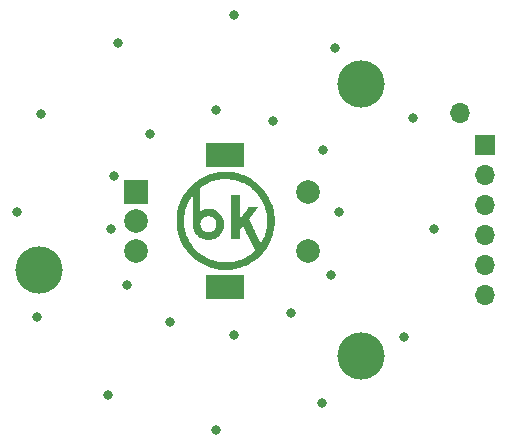
<source format=gts>
%TF.GenerationSoftware,KiCad,Pcbnew,(6.0.2)*%
%TF.CreationDate,2022-04-19T06:21:28+10:00*%
%TF.ProjectId,adapter,61646170-7465-4722-9e6b-696361645f70,1.2*%
%TF.SameCoordinates,Original*%
%TF.FileFunction,Soldermask,Top*%
%TF.FilePolarity,Negative*%
%FSLAX46Y46*%
G04 Gerber Fmt 4.6, Leading zero omitted, Abs format (unit mm)*
G04 Created by KiCad (PCBNEW (6.0.2)) date 2022-04-19 06:21:28*
%MOMM*%
%LPD*%
G01*
G04 APERTURE LIST*
%ADD10R,2.000000X2.000000*%
%ADD11C,2.000000*%
%ADD12R,3.200000X2.000000*%
%ADD13R,1.700000X1.700000*%
%ADD14O,1.700000X1.700000*%
%ADD15C,4.000000*%
%ADD16C,0.800000*%
G04 APERTURE END LIST*
%TO.C,G\u002A\u002A\u002A*%
G36*
X48392480Y-43521094D02*
G01*
X48393991Y-43439711D01*
X48396466Y-43364345D01*
X48400048Y-43293199D01*
X48404876Y-43224479D01*
X48411092Y-43156391D01*
X48418836Y-43087139D01*
X48428248Y-43014929D01*
X48436807Y-42955603D01*
X48467030Y-42779836D01*
X48504755Y-42606106D01*
X48549846Y-42434629D01*
X48602165Y-42265621D01*
X48661575Y-42099299D01*
X48727938Y-41935880D01*
X48801116Y-41775580D01*
X48880973Y-41618616D01*
X48967371Y-41465204D01*
X49060172Y-41315562D01*
X49159239Y-41169905D01*
X49264435Y-41028450D01*
X49375622Y-40891414D01*
X49492663Y-40759014D01*
X49615420Y-40631466D01*
X49743756Y-40508986D01*
X49877533Y-40391792D01*
X50016614Y-40280099D01*
X50160862Y-40174126D01*
X50233055Y-40124575D01*
X50385036Y-40027312D01*
X50540973Y-39936785D01*
X50700589Y-39853137D01*
X50863607Y-39776510D01*
X51029751Y-39707045D01*
X51098964Y-39680572D01*
X51256020Y-39625552D01*
X51413622Y-39577290D01*
X51572576Y-39535613D01*
X51733687Y-39500345D01*
X51897760Y-39471309D01*
X52065600Y-39448330D01*
X52238012Y-39431233D01*
X52243692Y-39430775D01*
X52297379Y-39427218D01*
X52357441Y-39424555D01*
X52422450Y-39422777D01*
X52490980Y-39421875D01*
X52561604Y-39421837D01*
X52632894Y-39422656D01*
X52703422Y-39424321D01*
X52771763Y-39426823D01*
X52836489Y-39430153D01*
X52896172Y-39434300D01*
X52907359Y-39435225D01*
X53085810Y-39454336D01*
X53262779Y-39481108D01*
X53438047Y-39515448D01*
X53611395Y-39557266D01*
X53782605Y-39606470D01*
X53951456Y-39662969D01*
X54117730Y-39726671D01*
X54281208Y-39797485D01*
X54441671Y-39875319D01*
X54598899Y-39960082D01*
X54752674Y-40051683D01*
X54902775Y-40150029D01*
X55048985Y-40255030D01*
X55191084Y-40366594D01*
X55243469Y-40410275D01*
X55323807Y-40480631D01*
X55405778Y-40556721D01*
X55487924Y-40637059D01*
X55568793Y-40720156D01*
X55646929Y-40804525D01*
X55720876Y-40888678D01*
X55775991Y-40954783D01*
X55887030Y-41097589D01*
X55991305Y-41244268D01*
X56088758Y-41394608D01*
X56179331Y-41548394D01*
X56262967Y-41705412D01*
X56339606Y-41865449D01*
X56409192Y-42028291D01*
X56471667Y-42193724D01*
X56526973Y-42361535D01*
X56575052Y-42531508D01*
X56615846Y-42703432D01*
X56649297Y-42877091D01*
X56675348Y-43052272D01*
X56693941Y-43228762D01*
X56705017Y-43406346D01*
X56708520Y-43584810D01*
X56704390Y-43763941D01*
X56692571Y-43943525D01*
X56673005Y-44123348D01*
X56659254Y-44220105D01*
X56628282Y-44395876D01*
X56589851Y-44569464D01*
X56544103Y-44740663D01*
X56491183Y-44909268D01*
X56431231Y-45075075D01*
X56364389Y-45237878D01*
X56290802Y-45397472D01*
X56210609Y-45553652D01*
X56123955Y-45706213D01*
X56030982Y-45854950D01*
X55931831Y-45999658D01*
X55826645Y-46140133D01*
X55715566Y-46276168D01*
X55598738Y-46407559D01*
X55476301Y-46534101D01*
X55348399Y-46655589D01*
X55215173Y-46771818D01*
X55076767Y-46882583D01*
X54933322Y-46987678D01*
X54784981Y-47086900D01*
X54631886Y-47180042D01*
X54586162Y-47206144D01*
X54426849Y-47291283D01*
X54264544Y-47369175D01*
X54099382Y-47439776D01*
X53931495Y-47503045D01*
X53761020Y-47558938D01*
X53588088Y-47607413D01*
X53412836Y-47648428D01*
X53235396Y-47681940D01*
X53055903Y-47707906D01*
X52976082Y-47716953D01*
X52921137Y-47722009D01*
X52860394Y-47726445D01*
X52795379Y-47730217D01*
X52727618Y-47733282D01*
X52658638Y-47735596D01*
X52589965Y-47737117D01*
X52523125Y-47737801D01*
X52459645Y-47737604D01*
X52401050Y-47736483D01*
X52353648Y-47734644D01*
X52171100Y-47721568D01*
X51990398Y-47700915D01*
X51811704Y-47672744D01*
X51635174Y-47637117D01*
X51460968Y-47594094D01*
X51289244Y-47543736D01*
X51120160Y-47486103D01*
X50953877Y-47421257D01*
X50790551Y-47349256D01*
X50630342Y-47270164D01*
X50473409Y-47184039D01*
X50319909Y-47090943D01*
X50170003Y-46990936D01*
X50023847Y-46884080D01*
X49924783Y-46805991D01*
X49841872Y-46736437D01*
X49757556Y-46661531D01*
X49673324Y-46582730D01*
X49590661Y-46501488D01*
X49511057Y-46419260D01*
X49435998Y-46337501D01*
X49380275Y-46273469D01*
X49265438Y-46131966D01*
X49157242Y-45986276D01*
X49055730Y-45836476D01*
X48960949Y-45682645D01*
X48872944Y-45524862D01*
X48791761Y-45363206D01*
X48717445Y-45197754D01*
X48650042Y-45028586D01*
X48633622Y-44983911D01*
X48580683Y-44826791D01*
X48533762Y-44665450D01*
X48493098Y-44500992D01*
X48458932Y-44334517D01*
X48431505Y-44167128D01*
X48411057Y-43999924D01*
X48405225Y-43937359D01*
X48400826Y-43881593D01*
X48397361Y-43827904D01*
X48394779Y-43774693D01*
X48393034Y-43720359D01*
X48392074Y-43663300D01*
X48391852Y-43601916D01*
X48392031Y-43576073D01*
X49022504Y-43576073D01*
X49022818Y-43641015D01*
X49023920Y-43700300D01*
X49025910Y-43756093D01*
X49028892Y-43810559D01*
X49032968Y-43865865D01*
X49038239Y-43924177D01*
X49039543Y-43937359D01*
X49059941Y-44101746D01*
X49087956Y-44264414D01*
X49123499Y-44425143D01*
X49166476Y-44583714D01*
X49216797Y-44739908D01*
X49274370Y-44893505D01*
X49339104Y-45044286D01*
X49410906Y-45192031D01*
X49489687Y-45336521D01*
X49575353Y-45477537D01*
X49667814Y-45614859D01*
X49766977Y-45748267D01*
X49824815Y-45820470D01*
X49912655Y-45922828D01*
X50006748Y-46024122D01*
X50105508Y-46122774D01*
X50207352Y-46217205D01*
X50310695Y-46305835D01*
X50317486Y-46311406D01*
X50446758Y-46412188D01*
X50580383Y-46506671D01*
X50718044Y-46594731D01*
X50859427Y-46676242D01*
X51004217Y-46751079D01*
X51152098Y-46819118D01*
X51302757Y-46880233D01*
X51455877Y-46934299D01*
X51611144Y-46981192D01*
X51768242Y-47020786D01*
X51926858Y-47052956D01*
X52086674Y-47077578D01*
X52247378Y-47094525D01*
X52300633Y-47098418D01*
X52324391Y-47099970D01*
X52346930Y-47101454D01*
X52366431Y-47102750D01*
X52381074Y-47103736D01*
X52387028Y-47104148D01*
X52399182Y-47104648D01*
X52418138Y-47104967D01*
X52442844Y-47105119D01*
X52472250Y-47105116D01*
X52505306Y-47104973D01*
X52540960Y-47104702D01*
X52578163Y-47104316D01*
X52615864Y-47103830D01*
X52653013Y-47103255D01*
X52688558Y-47102606D01*
X52721449Y-47101896D01*
X52750636Y-47101137D01*
X52775069Y-47100343D01*
X52793696Y-47099527D01*
X52803293Y-47098904D01*
X52897298Y-47090237D01*
X52985345Y-47080357D01*
X53069272Y-47069018D01*
X53150915Y-47055970D01*
X53230059Y-47041369D01*
X53393211Y-47005403D01*
X53553479Y-46962142D01*
X53710770Y-46911637D01*
X53864993Y-46853933D01*
X54016056Y-46789079D01*
X54163866Y-46717123D01*
X54308333Y-46638112D01*
X54449363Y-46552093D01*
X54586865Y-46459114D01*
X54720748Y-46359224D01*
X54850918Y-46252469D01*
X54977285Y-46138897D01*
X54984313Y-46132274D01*
X55029032Y-46090028D01*
X54531326Y-45057872D01*
X54490326Y-44972856D01*
X54450201Y-44889670D01*
X54411084Y-44808594D01*
X54373110Y-44729906D01*
X54336415Y-44653884D01*
X54301132Y-44580807D01*
X54267396Y-44510953D01*
X54235341Y-44444600D01*
X54205103Y-44382026D01*
X54176816Y-44323511D01*
X54150614Y-44269332D01*
X54126632Y-44219768D01*
X54105004Y-44175096D01*
X54085866Y-44135597D01*
X54069351Y-44101547D01*
X54055595Y-44073225D01*
X54044732Y-44050909D01*
X54036896Y-44034878D01*
X54032222Y-44025411D01*
X54030838Y-44022734D01*
X54028010Y-44025214D01*
X54020834Y-44033401D01*
X54009737Y-44046763D01*
X53995142Y-44064769D01*
X53977474Y-44086887D01*
X53957158Y-44112586D01*
X53934619Y-44141333D01*
X53910281Y-44172597D01*
X53885936Y-44204075D01*
X53743815Y-44388401D01*
X53743815Y-45146883D01*
X53017316Y-45146883D01*
X53017316Y-41369084D01*
X53743815Y-41369084D01*
X53743815Y-42414546D01*
X53743816Y-42521662D01*
X53743820Y-42621201D01*
X53743830Y-42713436D01*
X53743846Y-42798644D01*
X53743872Y-42877101D01*
X53743908Y-42949081D01*
X53743958Y-43014861D01*
X53744022Y-43074715D01*
X53744104Y-43128921D01*
X53744204Y-43177752D01*
X53744325Y-43221485D01*
X53744469Y-43260396D01*
X53744637Y-43294760D01*
X53744833Y-43324852D01*
X53745057Y-43350948D01*
X53745311Y-43373324D01*
X53745599Y-43392255D01*
X53745920Y-43408017D01*
X53746279Y-43420886D01*
X53746675Y-43431136D01*
X53747113Y-43439044D01*
X53747592Y-43444886D01*
X53748116Y-43448936D01*
X53748686Y-43451470D01*
X53749305Y-43452764D01*
X53749973Y-43453094D01*
X53750694Y-43452735D01*
X53751192Y-43452262D01*
X53754249Y-43448254D01*
X53761609Y-43438186D01*
X53773028Y-43422400D01*
X53788260Y-43401241D01*
X53807061Y-43375050D01*
X53829184Y-43344172D01*
X53854386Y-43308947D01*
X53882421Y-43269721D01*
X53913044Y-43226834D01*
X53946010Y-43180631D01*
X53981074Y-43131455D01*
X54017990Y-43079647D01*
X54056514Y-43025551D01*
X54096401Y-42969510D01*
X54128643Y-42924186D01*
X54169387Y-42866909D01*
X54208931Y-42811337D01*
X54247032Y-42757811D01*
X54283448Y-42706671D01*
X54317935Y-42658257D01*
X54350252Y-42612910D01*
X54380154Y-42570970D01*
X54407400Y-42532777D01*
X54431746Y-42498672D01*
X54452950Y-42468996D01*
X54470769Y-42444088D01*
X54484960Y-42424288D01*
X54495281Y-42409939D01*
X54501488Y-42401378D01*
X54503328Y-42398928D01*
X54505562Y-42398110D01*
X54510895Y-42397391D01*
X54519706Y-42396765D01*
X54532377Y-42396231D01*
X54549288Y-42395784D01*
X54570821Y-42395421D01*
X54597357Y-42395139D01*
X54629277Y-42394932D01*
X54666962Y-42394799D01*
X54710792Y-42394735D01*
X54761149Y-42394737D01*
X54818414Y-42394800D01*
X54882968Y-42394922D01*
X54916885Y-42395001D01*
X55325832Y-42396001D01*
X54935116Y-42898661D01*
X54892070Y-42954052D01*
X54850328Y-43007788D01*
X54810145Y-43059539D01*
X54771778Y-43108976D01*
X54735480Y-43155769D01*
X54701508Y-43199588D01*
X54670116Y-43240103D01*
X54641561Y-43276985D01*
X54616096Y-43309904D01*
X54593978Y-43338531D01*
X54575463Y-43362535D01*
X54560804Y-43381587D01*
X54550257Y-43395357D01*
X54544079Y-43403516D01*
X54542455Y-43405773D01*
X54543918Y-43409729D01*
X54548608Y-43420408D01*
X54556355Y-43437449D01*
X54566990Y-43460493D01*
X54580344Y-43489182D01*
X54596247Y-43523155D01*
X54614530Y-43562054D01*
X54635022Y-43605518D01*
X54657555Y-43653189D01*
X54681959Y-43704707D01*
X54708063Y-43759713D01*
X54735700Y-43817847D01*
X54764699Y-43878750D01*
X54794890Y-43942063D01*
X54826105Y-44007426D01*
X54840732Y-44038024D01*
X54874460Y-44108554D01*
X54908509Y-44179755D01*
X54942609Y-44251065D01*
X54976492Y-44321922D01*
X55009889Y-44391764D01*
X55042532Y-44460028D01*
X55074151Y-44526153D01*
X55104477Y-44589575D01*
X55133242Y-44649734D01*
X55160177Y-44706066D01*
X55185013Y-44758009D01*
X55207482Y-44805002D01*
X55227313Y-44846482D01*
X55244239Y-44881886D01*
X55255466Y-44905371D01*
X55277724Y-44951931D01*
X55301200Y-45001038D01*
X55325303Y-45051456D01*
X55349444Y-45101953D01*
X55373033Y-45151294D01*
X55395481Y-45198247D01*
X55416197Y-45241577D01*
X55434592Y-45280050D01*
X55447350Y-45306734D01*
X55463242Y-45339860D01*
X55478143Y-45370713D01*
X55491707Y-45398588D01*
X55503587Y-45422780D01*
X55513434Y-45442587D01*
X55520902Y-45457302D01*
X55525643Y-45466223D01*
X55527267Y-45468724D01*
X55530128Y-45465534D01*
X55536330Y-45456435D01*
X55545325Y-45442344D01*
X55556565Y-45424175D01*
X55569503Y-45402844D01*
X55583590Y-45379267D01*
X55598279Y-45354359D01*
X55613021Y-45329035D01*
X55627270Y-45304211D01*
X55640477Y-45280803D01*
X55649762Y-45264008D01*
X55723714Y-45120639D01*
X55791142Y-44973210D01*
X55851848Y-44822315D01*
X55905635Y-44668547D01*
X55952305Y-44512501D01*
X55991661Y-44354769D01*
X56023506Y-44195945D01*
X56040637Y-44088549D01*
X56048465Y-44031958D01*
X56055048Y-43979911D01*
X56060482Y-43930971D01*
X56064862Y-43883696D01*
X56068286Y-43836648D01*
X56070848Y-43788387D01*
X56072645Y-43737474D01*
X56073773Y-43682469D01*
X56074328Y-43621933D01*
X56074426Y-43581963D01*
X56074359Y-43529077D01*
X56074066Y-43482742D01*
X56073484Y-43441657D01*
X56072549Y-43404520D01*
X56071198Y-43370029D01*
X56069366Y-43336883D01*
X56066990Y-43303780D01*
X56064007Y-43269420D01*
X56060352Y-43232501D01*
X56055961Y-43191720D01*
X56054813Y-43181406D01*
X56032526Y-43017374D01*
X56002629Y-42855070D01*
X55965219Y-42694730D01*
X55920398Y-42536591D01*
X55868265Y-42380890D01*
X55808919Y-42227863D01*
X55742461Y-42077747D01*
X55668990Y-41930778D01*
X55588606Y-41787193D01*
X55501409Y-41647228D01*
X55407498Y-41511121D01*
X55306974Y-41379107D01*
X55281406Y-41347486D01*
X55193211Y-41244100D01*
X55099112Y-41142109D01*
X55000689Y-41043097D01*
X54899519Y-40948650D01*
X54797183Y-40860352D01*
X54790470Y-40854815D01*
X54659326Y-40751974D01*
X54524147Y-40655785D01*
X54385152Y-40566341D01*
X54242561Y-40483731D01*
X54096594Y-40408048D01*
X53947469Y-40339384D01*
X53795406Y-40277829D01*
X53640625Y-40223476D01*
X53483345Y-40176416D01*
X53323785Y-40136740D01*
X53162165Y-40104539D01*
X52998704Y-40079906D01*
X52907359Y-40069543D01*
X52849016Y-40064076D01*
X52794137Y-40059794D01*
X52740611Y-40056599D01*
X52686323Y-40054392D01*
X52629161Y-40053073D01*
X52567012Y-40052545D01*
X52544109Y-40052528D01*
X52488803Y-40052791D01*
X52439351Y-40053534D01*
X52393761Y-40054853D01*
X52350043Y-40056844D01*
X52306206Y-40059603D01*
X52260259Y-40063226D01*
X52210210Y-40067810D01*
X52192640Y-40069532D01*
X52028450Y-40089763D01*
X51865799Y-40117664D01*
X51704910Y-40153159D01*
X51546009Y-40196175D01*
X51389319Y-40246637D01*
X51235064Y-40304470D01*
X51083468Y-40369602D01*
X50934756Y-40441956D01*
X50789151Y-40521460D01*
X50737677Y-40551733D01*
X50704814Y-40571849D01*
X50668165Y-40594993D01*
X50629315Y-40620114D01*
X50589850Y-40646158D01*
X50551355Y-40672072D01*
X50515416Y-40696802D01*
X50483618Y-40719296D01*
X50465731Y-40732361D01*
X50417625Y-40768090D01*
X50417625Y-41744035D01*
X50417631Y-41831022D01*
X50417650Y-41915929D01*
X50417680Y-41998425D01*
X50417721Y-42078174D01*
X50417773Y-42154844D01*
X50417835Y-42228101D01*
X50417907Y-42297612D01*
X50417987Y-42363043D01*
X50418076Y-42424061D01*
X50418173Y-42480332D01*
X50418277Y-42531522D01*
X50418388Y-42577298D01*
X50418505Y-42617327D01*
X50418628Y-42651275D01*
X50418756Y-42678809D01*
X50418889Y-42699595D01*
X50419026Y-42713299D01*
X50419166Y-42719589D01*
X50419211Y-42719981D01*
X50423148Y-42718185D01*
X50432062Y-42713446D01*
X50444124Y-42706742D01*
X50445718Y-42705839D01*
X50531019Y-42661830D01*
X50620884Y-42623920D01*
X50714697Y-42592304D01*
X50811839Y-42567181D01*
X50911694Y-42548747D01*
X50957591Y-42542657D01*
X50982754Y-42540470D01*
X51013984Y-42538928D01*
X51049522Y-42538020D01*
X51087606Y-42537733D01*
X51126479Y-42538057D01*
X51164380Y-42538979D01*
X51199549Y-42540488D01*
X51230227Y-42542573D01*
X51250015Y-42544603D01*
X51352435Y-42561266D01*
X51452259Y-42585196D01*
X51549198Y-42616259D01*
X51642961Y-42654316D01*
X51733258Y-42699233D01*
X51819799Y-42750873D01*
X51902293Y-42809099D01*
X51980451Y-42873775D01*
X52011622Y-42902550D01*
X52082038Y-42975043D01*
X52146521Y-43052518D01*
X52204848Y-43134562D01*
X52256795Y-43220763D01*
X52302138Y-43310710D01*
X52340654Y-43403991D01*
X52372121Y-43500193D01*
X52396314Y-43598906D01*
X52400327Y-43619270D01*
X52412980Y-43703174D01*
X52420151Y-43790702D01*
X52421842Y-43879848D01*
X52418052Y-43968611D01*
X52408782Y-44054988D01*
X52400327Y-44106221D01*
X52377763Y-44204962D01*
X52348041Y-44301008D01*
X52311426Y-44394005D01*
X52268179Y-44483602D01*
X52218562Y-44569448D01*
X52162837Y-44651190D01*
X52101267Y-44728478D01*
X52034114Y-44800959D01*
X51961640Y-44868282D01*
X51884108Y-44930094D01*
X51801779Y-44986045D01*
X51714916Y-45035782D01*
X51702468Y-45042200D01*
X51626501Y-45078387D01*
X51551694Y-45108840D01*
X51476370Y-45134065D01*
X51398849Y-45154566D01*
X51317454Y-45170846D01*
X51234446Y-45182934D01*
X51213662Y-45184807D01*
X51186695Y-45186227D01*
X51155205Y-45187195D01*
X51120850Y-45187712D01*
X51085289Y-45187778D01*
X51050181Y-45187393D01*
X51017184Y-45186559D01*
X50987957Y-45185275D01*
X50964160Y-45183542D01*
X50957591Y-45182850D01*
X50862063Y-45168789D01*
X50771344Y-45149386D01*
X50684156Y-45124260D01*
X50599221Y-45093035D01*
X50515262Y-45055332D01*
X50498129Y-45046806D01*
X50409061Y-44997449D01*
X50324710Y-44941989D01*
X50245321Y-44880750D01*
X50171143Y-44814057D01*
X50102422Y-44742234D01*
X50039407Y-44665605D01*
X49982345Y-44584494D01*
X49931482Y-44499227D01*
X49887068Y-44410127D01*
X49849348Y-44317518D01*
X49818571Y-44221725D01*
X49795541Y-44125856D01*
X49793375Y-44115334D01*
X49791345Y-44105803D01*
X49789447Y-44096998D01*
X49787676Y-44088652D01*
X49786027Y-44080500D01*
X49784496Y-44072276D01*
X49783077Y-44063716D01*
X49781766Y-44054553D01*
X49780558Y-44044522D01*
X49779448Y-44033358D01*
X49778432Y-44020794D01*
X49777505Y-44006565D01*
X49776662Y-43990406D01*
X49775897Y-43972051D01*
X49775207Y-43951234D01*
X49774587Y-43927691D01*
X49774031Y-43901155D01*
X49773536Y-43871360D01*
X49773095Y-43838042D01*
X49773084Y-43836995D01*
X50418040Y-43836995D01*
X50418203Y-43872108D01*
X50419497Y-43907963D01*
X50421846Y-43942415D01*
X50425172Y-43973318D01*
X50429335Y-43998228D01*
X50448382Y-44069352D01*
X50474226Y-44136936D01*
X50506488Y-44200620D01*
X50544790Y-44260049D01*
X50588753Y-44314866D01*
X50637998Y-44364712D01*
X50692147Y-44409231D01*
X50750823Y-44448066D01*
X50813645Y-44480860D01*
X50880237Y-44507256D01*
X50950218Y-44526896D01*
X50999467Y-44536198D01*
X51029172Y-44539369D01*
X51064283Y-44540910D01*
X51102540Y-44540893D01*
X51141683Y-44539390D01*
X51179450Y-44536473D01*
X51213581Y-44532215D01*
X51232924Y-44528725D01*
X51302725Y-44510209D01*
X51368956Y-44485031D01*
X51431314Y-44453637D01*
X51489496Y-44416470D01*
X51543197Y-44373975D01*
X51592114Y-44326597D01*
X51635944Y-44274780D01*
X51674382Y-44218968D01*
X51707125Y-44159606D01*
X51733870Y-44097138D01*
X51754312Y-44032009D01*
X51768148Y-43964663D01*
X51775075Y-43895546D01*
X51774788Y-43825100D01*
X51766984Y-43753771D01*
X51766081Y-43748359D01*
X51750247Y-43678576D01*
X51727290Y-43611441D01*
X51697620Y-43547431D01*
X51661652Y-43487024D01*
X51619796Y-43430700D01*
X51572466Y-43378937D01*
X51520074Y-43332213D01*
X51463032Y-43291008D01*
X51401753Y-43255799D01*
X51336648Y-43227065D01*
X51308191Y-43217018D01*
X51241899Y-43199175D01*
X51173201Y-43188028D01*
X51103488Y-43183644D01*
X51034150Y-43186088D01*
X50966579Y-43195427D01*
X50945810Y-43199824D01*
X50876473Y-43219695D01*
X50810468Y-43246367D01*
X50748187Y-43279407D01*
X50690020Y-43318384D01*
X50636359Y-43362869D01*
X50587595Y-43412429D01*
X50544118Y-43466633D01*
X50506321Y-43525052D01*
X50474594Y-43587253D01*
X50449328Y-43652807D01*
X50430914Y-43721281D01*
X50421417Y-43777578D01*
X50419086Y-43804770D01*
X50418040Y-43836995D01*
X49773084Y-43836995D01*
X49772706Y-43800935D01*
X49772361Y-43759772D01*
X49772058Y-43714290D01*
X49771791Y-43664221D01*
X49771555Y-43609301D01*
X49771345Y-43549263D01*
X49771158Y-43483843D01*
X49770987Y-43412775D01*
X49770828Y-43335793D01*
X49770677Y-43252631D01*
X49770529Y-43163025D01*
X49770378Y-43066708D01*
X49770220Y-42963415D01*
X49770051Y-42852880D01*
X49769865Y-42734838D01*
X49769804Y-42697172D01*
X49767702Y-41407897D01*
X49718614Y-41473828D01*
X49622302Y-41609691D01*
X49532824Y-41749319D01*
X49450261Y-41892496D01*
X49374697Y-42039010D01*
X49306216Y-42188645D01*
X49244901Y-42341187D01*
X49190834Y-42496422D01*
X49144100Y-42654136D01*
X49104781Y-42814114D01*
X49072961Y-42976142D01*
X49048723Y-43140006D01*
X49039465Y-43222640D01*
X49034257Y-43277761D01*
X49030145Y-43328902D01*
X49027029Y-43378148D01*
X49024808Y-43427587D01*
X49023383Y-43479303D01*
X49022654Y-43535384D01*
X49022504Y-43576073D01*
X48392031Y-43576073D01*
X48392318Y-43534606D01*
X48392480Y-43521094D01*
G37*
%TD*%
D10*
%TO.C,SW1*%
X45000000Y-41100000D03*
D11*
X45000000Y-46100000D03*
X45000000Y-43600000D03*
D12*
X52500000Y-38000000D03*
X52500000Y-49200000D03*
D11*
X59500000Y-46100000D03*
X59500000Y-41100000D03*
%TD*%
D13*
%TO.C,J2*%
X74550000Y-37180000D03*
D14*
X74550000Y-39720000D03*
X74550000Y-42260000D03*
X74550000Y-44800000D03*
X74550000Y-47340000D03*
X74550000Y-49880000D03*
%TD*%
%TO.C,*%
X72381000Y-34420000D03*
%TD*%
D15*
%TO.C,*%
X64000000Y-55000000D03*
%TD*%
%TO.C,*%
X36750000Y-47750000D03*
%TD*%
%TO.C,*%
X64000000Y-32000000D03*
%TD*%
D16*
%TO.C,REF\u002A\u002A*%
X47849519Y-52110898D03*
X42550481Y-58289102D03*
%TD*%
%TO.C,REF\u002A\u002A*%
X58049519Y-51360898D03*
X60750481Y-59039102D03*
%TD*%
%TO.C,REF\u002A\u002A*%
X51740000Y-34155000D03*
X53240000Y-26155000D03*
%TD*%
%TO.C,REF\u002A\u002A*%
X46150481Y-36239102D03*
X43449519Y-28560898D03*
%TD*%
%TO.C,REF\u002A\u002A*%
X42870000Y-44310000D03*
X34870000Y-42810000D03*
%TD*%
%TO.C,REF\u002A\u002A*%
X62150000Y-42810000D03*
X70150000Y-44310000D03*
%TD*%
%TO.C,REF\u002A\u002A*%
X56550481Y-35089102D03*
X61849519Y-28910898D03*
%TD*%
%TO.C,REF\u002A\u002A*%
X53240000Y-53260000D03*
X51740000Y-61260000D03*
%TD*%
%TO.C,REF\u002A\u002A*%
X60760898Y-37550481D03*
X68439102Y-34849519D03*
%TD*%
%TO.C,REF\u002A\u002A*%
X44239102Y-49049519D03*
X36560898Y-51750481D03*
%TD*%
%TO.C,REF\u002A\u002A*%
X61510898Y-48150481D03*
X67689102Y-53449519D03*
%TD*%
%TO.C,REF\u002A\u002A*%
X43135102Y-39797519D03*
X36956898Y-34498481D03*
%TD*%
M02*

</source>
